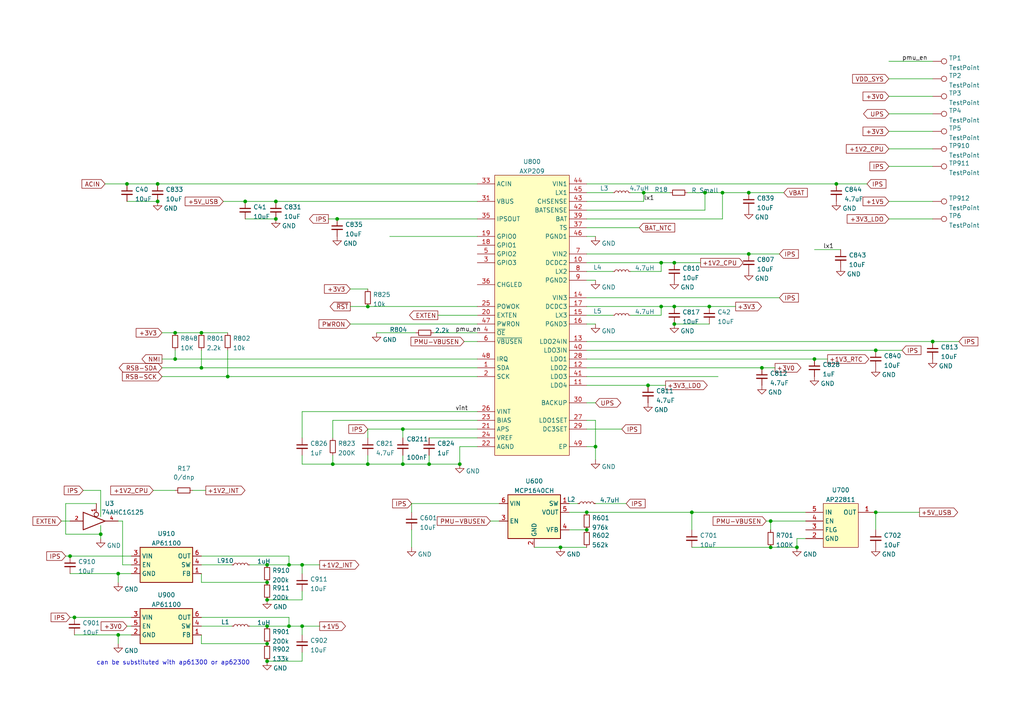
<source format=kicad_sch>
(kicad_sch (version 20231120) (generator "eeschema") (generator_version "8.0")
  (paper "A4")
  (lib_symbols
    (symbol "74xGxx:74AHC1G125" (pin_names (offset 1.016))
      (property "Reference" "U" (at -2.54 3.81 0))
      (property "Value" "74AHC1G125" (at 0 -3.81 0))
      (symbol "74AHC1G125_0_1"
        (polyline (pts (xy -3.81 2.54) (xy -3.81 -2.54) (xy 2.54 0) (xy -3.81 2.54)) (stroke (width 0.254)))
      )
      (symbol "74AHC1G125_1_1"
        (pin input inverted (at 0 5.08 270) (length 3.81) (name "~") (number "1"))
        (pin input line (at -7.62 0 0) (length 3.81) (name "~") (number "2"))
        (pin power_in line (at 1.27 -1.27 270) (length 0) hide (name "GND") (number "3"))
        (pin tri_state line (at 6.35 0 180) (length 3.81) (name "~") (number "4"))
        (pin power_in line (at 1.27 1.27 90) (length 0) hide (name "VCC") (number "5"))
      )
    )
    (symbol "Connector:TestPoint" (pin_numbers hide) (pin_names (offset 0.762) hide)
      (property "Reference" "TP" (at 0 6.858 0))
      (property "Value" "TestPoint" (at 0 5.08 0))
      (symbol "TestPoint_0_1"
        (circle (center 0 3.302) (radius 0.762))
      )
      (symbol "TestPoint_1_1"
        (pin passive line (at 0 0 90) (length 2.54) (name "1") (number "1"))
      )
    )
    (symbol "Device:C_Small" (pin_numbers hide) (pin_names (offset 0.254) hide)
      (property "Reference" "C" (at 0.254 1.778 0))
      (property "Value" "C_Small" (at 0.254 -2.032 0))
      (symbol "C_Small_0_1"
        (polyline (pts (xy -1.524 -0.508) (xy 1.524 -0.508)) (stroke (width 0.3302)))
        (polyline (pts (xy -1.524 0.508) (xy 1.524 0.508)) (stroke (width 0.3048)))
      )
      (symbol "C_Small_1_1"
        (pin passive line (at 0 2.54 270) (length 2.032) (name "~") (number "1"))
        (pin passive line (at 0 -2.54 90) (length 2.032) (name "~") (number "2"))
      )
    )
    (symbol "Device:L_Small" (pin_numbers hide) (pin_names (offset 0.254) hide)
      (property "Reference" "L" (at 0.762 1.016 0))
      (property "Value" "L_Small" (at 0.762 -1.016 0))
      (symbol "L_Small_0_1"
        (arc (start 0 -2.032) (mid 0.5058 -1.524) (end 0 -1.016))
        (arc (start 0 -1.016) (mid 0.5058 -0.508) (end 0 0))
        (arc (start 0 0) (mid 0.5058 0.508) (end 0 1.016))
        (arc (start 0 1.016) (mid 0.5058 1.524) (end 0 2.032))
      )
      (symbol "L_Small_1_1"
        (pin passive line (at 0 2.54 270) (length 0.508) (name "~") (number "1"))
        (pin passive line (at 0 -2.54 90) (length 0.508) (name "~") (number "2"))
      )
    )
    (symbol "Device:R_Small" (pin_numbers hide) (pin_names (offset 0.254) hide)
      (property "Reference" "R" (at 0.762 0.508 0))
      (property "Value" "R_Small" (at 0.762 -1.016 0))
      (symbol "R_Small_0_1"
        (rectangle (start -0.762 1.778) (end 0.762 -1.778) (stroke (width 0.2032)))
      )
      (symbol "R_Small_1_1"
        (pin passive line (at 0 2.54 270) (length 0.762) (name "~") (number "1"))
        (pin passive line (at 0 -2.54 90) (length 0.762) (name "~") (number "2"))
      )
    )
    (symbol "Regulator_Switching:MCP1640CH"
      (property "Reference" "U" (at -7.62 8.89 0))
      (property "Value" "MCP1640CH" (at -1.27 8.89 0))
      (symbol "MCP1640CH_0_1"
        (rectangle (start -7.62 7.62) (end 7.62 -5.08) (stroke (width 0.254)) (fill (type background)))
      )
      (symbol "MCP1640CH_1_1"
        (pin input line (at 10.16 5.08 180) (length 2.54) (name "SW") (number "1"))
        (pin power_in line (at 0 -7.62 90) (length 2.54) (name "GND") (number "2"))
        (pin input line (at -10.16 0 0) (length 2.54) (name "EN") (number "3"))
        (pin input line (at 10.16 -2.54 180) (length 2.54) (name "VFB") (number "4"))
        (pin power_out line (at 10.16 2.54 180) (length 2.54) (name "VOUT") (number "5"))
        (pin power_in line (at -10.16 5.08 0) (length 2.54) (name "VIN") (number "6"))
      )
    )
    (symbol "diodes:AP22811"
      (property "Reference" "U" (at -2.54 1.27 0))
      (property "Value" "AP22811" (at 5.08 1.27 0))
      (symbol "AP22811_0_1"
        (rectangle (start -5.08 0) (end 5.08 -12.7) (stroke (width 0.1524)) (fill (type background)))
      )
      (symbol "AP22811_1_1"
        (pin input line (at 10.16 -2.54 180) (length 5.08) (name "OUT") (number "1"))
        (pin input line (at -10.16 -10.16 0) (length 5.08) (name "GND") (number "2"))
        (pin input line (at -10.16 -7.62 0) (length 5.08) (name "FLG") (number "3"))
        (pin input line (at -10.16 -5.08 0) (length 5.08) (name "EN") (number "4"))
        (pin input line (at -10.16 -2.54 0) (length 5.08) (name "IN") (number "5"))
      )
    )
    (symbol "diodes:AP61100"
      (property "Reference" "U" (at -7.62 6.35 0))
      (property "Value" "AP61100" (at 5.08 6.35 0))
      (symbol "AP61100_0_1"
        (rectangle (start -7.62 5.08) (end 7.62 -5.08) (stroke (width 0.254)) (fill (type background)))
      )
      (symbol "AP61100_1_1"
        (pin input line (at 10.16 -2.54 180) (length 2.54) (name "FB") (number "1"))
        (pin power_in line (at -10.16 -2.54 0) (length 2.54) (name "GND") (number "2"))
        (pin power_in line (at -10.16 2.54 0) (length 2.54) (name "VIN") (number "3"))
        (pin power_out line (at 10.16 0 180) (length 2.54) (name "SW") (number "4"))
        (pin input line (at -10.16 0 0) (length 2.54) (name "EN") (number "5"))
        (pin input line (at 10.16 2.54 180) (length 2.54) (name "OUT") (number "6"))
      )
    )
    (symbol "power:GND" (power) (pin_names (offset 0))
      (property "Value" "GND" (at 0 -3.81 0))
      (symbol "GND_0_1"
        (polyline (pts (xy 0 0) (xy 0 -1.27) (xy 1.27 -1.27) (xy 0 -2.54) (xy -1.27 -1.27) (xy 0 -1.27)))
      )
      (symbol "GND_1_1"
        (pin power_in line (at 0 0 270) (length 0) hide (name "GND") (number "1"))
      )
    )
    (symbol "xpowers:AXP203"
      (property "Reference" "U" (at -2.54 2.54 0))
      (property "Value" "AXP203" (at 3.81 2.54 0))
      (symbol "AXP203_0_1"
        (rectangle (start -10.16 0) (end 11.43 -81.28) (stroke (width 0.1524)) (fill (type background)))
      )
      (symbol "AXP203_1_0"
        (pin passive line (at -15.24 -55.88 0) (length 5.08) (name "SDA") (number "1"))
        (pin passive line (at 16.51 -25.4 180) (length 5.08) (name "DCDC2") (number "10"))
        (pin passive line (at 16.51 -60.96 180) (length 5.08) (name "LDO4") (number "11"))
        (pin passive line (at 16.51 -55.88 180) (length 5.08) (name "LDO2") (number "12"))
        (pin passive line (at 16.51 -48.26 180) (length 5.08) (name "LDO24IN") (number "13"))
        (pin passive line (at 16.51 -35.56 180) (length 5.08) (name "VIN3") (number "14"))
        (pin passive line (at 16.51 -40.64 180) (length 5.08) (name "LX3") (number "15"))
        (pin passive line (at 16.51 -43.18 180) (length 5.08) (name "PGND3") (number "16"))
        (pin passive line (at 16.51 -38.1 180) (length 5.08) (name "DCDC3") (number "17"))
        (pin passive line (at -15.24 -20.32 0) (length 5.08) (name "GPIO1") (number "18"))
        (pin passive line (at -15.24 -17.78 0) (length 5.08) (name "GPIO0") (number "19"))
        (pin passive line (at -15.24 -58.42 0) (length 5.08) (name "SCK") (number "2"))
        (pin passive line (at -15.24 -40.64 0) (length 5.08) (name "EXTEN") (number "20"))
        (pin passive line (at -15.24 -73.66 0) (length 5.08) (name "APS") (number "21"))
        (pin passive line (at -15.24 -78.74 0) (length 5.08) (name "AGND") (number "22"))
        (pin passive line (at -15.24 -71.12 0) (length 5.08) (name "BIAS") (number "23"))
        (pin passive line (at -15.24 -76.2 0) (length 5.08) (name "VREF") (number "24"))
        (pin passive line (at -15.24 -38.1 0) (length 5.08) (name "POWOK") (number "25"))
        (pin passive line (at -15.24 -68.58 0) (length 5.08) (name "VINT") (number "26"))
        (pin passive line (at 16.51 -71.12 180) (length 5.08) (name "LDO1SET") (number "27"))
        (pin passive line (at 16.51 -53.34 180) (length 5.08) (name "LDO1") (number "28"))
        (pin passive line (at 16.51 -73.66 180) (length 5.08) (name "DC3SET") (number "29"))
        (pin passive line (at -15.24 -25.4 0) (length 5.08) (name "GPIO3") (number "3"))
        (pin passive line (at 16.51 -66.04 180) (length 5.08) (name "BACKUP") (number "30"))
        (pin passive line (at -15.24 -7.62 0) (length 5.08) (name "VBUS") (number "31"))
        (pin passive line (at -15.24 -2.54 0) (length 5.08) hide (name "ACIN") (number "32"))
        (pin passive line (at -15.24 -2.54 0) (length 5.08) (name "ACIN") (number "33"))
        (pin passive line (at -15.24 -12.7 0) (length 5.08) hide (name "IPSOUT") (number "34"))
        (pin passive line (at -15.24 -12.7 0) (length 5.08) (name "IPSOUT") (number "35"))
        (pin passive line (at -15.24 -31.75 0) (length 5.08) (name "CHGLED") (number "36"))
        (pin passive line (at 16.51 -15.24 180) (length 5.08) (name "TS") (number "37"))
        (pin passive line (at 16.51 -12.7 180) (length 5.08) hide (name "BAT") (number "38"))
        (pin passive line (at 16.51 -12.7 180) (length 5.08) (name "BAT") (number "39"))
        (pin passive line (at -15.24 -45.72 0) (length 5.08) (name "~{OE}") (number "4"))
        (pin passive line (at 16.51 -50.8 180) (length 5.08) (name "LDO3IN") (number "40"))
        (pin passive line (at 16.51 -58.42 180) (length 5.08) (name "LDO3") (number "41"))
        (pin passive line (at 16.51 -10.16 180) (length 5.08) (name "BATSENSE") (number "42"))
        (pin passive line (at 16.51 -7.62 180) (length 5.08) (name "CHSENSE") (number "43"))
        (pin passive line (at 16.51 -2.54 180) (length 5.08) (name "VIN1") (number "44"))
        (pin passive line (at 16.51 -5.08 180) (length 5.08) (name "LX1") (number "45"))
        (pin passive line (at 16.51 -17.78 180) (length 5.08) (name "PGND1") (number "46"))
        (pin passive line (at -15.24 -43.18 0) (length 5.08) (name "PWRON") (number "47"))
        (pin passive line (at -15.24 -53.34 0) (length 5.08) (name "IRQ") (number "48"))
        (pin passive line (at 16.51 -78.74 180) (length 5.08) (name "EP") (number "49"))
        (pin passive line (at -15.24 -22.86 0) (length 5.08) (name "GPIO2") (number "5"))
        (pin passive line (at -15.24 -48.26 0) (length 5.08) (name "~{VBUSEN}") (number "6"))
        (pin passive line (at 16.51 -22.86 180) (length 5.08) (name "VIN2") (number "7"))
        (pin passive line (at 16.51 -27.94 180) (length 5.08) (name "LX2") (number "8"))
        (pin passive line (at 16.51 -30.48 180) (length 5.08) (name "PGND2") (number "9"))
      )
    )
  )
  (junction (at 116.84 124.46) (diameter 0.9144))
  (junction (at 254 101.6) (diameter 0.9144))
  (junction (at 200.66 148.59) (diameter 0.9144))
  (junction (at 170.18 153.67) (diameter 0.9144))
  (junction (at 254 148.59) (diameter 0.9144))
  (junction (at 231.14 158.75) (diameter 0.9144))
  (junction (at 50.8 104.14) (diameter 0.9144))
  (junction (at 87.63 163.83))
  (junction (at 45.72 58.42))
  (junction (at 83.82 163.83))
  (junction (at 236.22 104.14) (diameter 0.9144))
  (junction (at 71.12 58.42))
  (junction (at 223.52 151.13) (diameter 0.9144))
  (junction (at 29.21 154.94))
  (junction (at 77.47 181.61))
  (junction (at 87.63 181.61))
  (junction (at 66.04 109.22) (diameter 0.9144))
  (junction (at 191.77 88.9) (diameter 0.9144))
  (junction (at 116.84 134.62) (diameter 0.9144))
  (junction (at 50.8 96.52))
  (junction (at 77.47 173.99))
  (junction (at 58.42 106.68) (diameter 0.9144))
  (junction (at 106.68 88.9) (diameter 0.9144))
  (junction (at 77.47 186.69) (diameter 0.9144))
  (junction (at 96.52 134.62) (diameter 0.9144))
  (junction (at 242.57 53.34) (diameter 0.9144))
  (junction (at 45.72 53.34) (diameter 0.9144))
  (junction (at 187.96 111.76) (diameter 0.9144))
  (junction (at 170.18 148.59) (diameter 0.9144))
  (junction (at 83.82 181.61))
  (junction (at 172.72 129.54))
  (junction (at 205.74 88.9))
  (junction (at 209.55 55.88) (diameter 0.9144))
  (junction (at 223.52 158.75) (diameter 0.9144))
  (junction (at 124.46 134.62) (diameter 0.9144))
  (junction (at 162.56 158.75) (diameter 0.9144))
  (junction (at 133.35 134.62) (diameter 0.9144))
  (junction (at 77.47 191.77))
  (junction (at 270.51 99.06) (diameter 0.9144))
  (junction (at 34.29 184.15))
  (junction (at 58.42 96.52))
  (junction (at 77.47 163.83))
  (junction (at 80.01 58.42) (diameter 0.9144))
  (junction (at 97.79 63.5) (diameter 0.9144))
  (junction (at 21.59 179.07))
  (junction (at 34.29 166.37))
  (junction (at 220.98 106.68) (diameter 0.9144))
  (junction (at 186.69 55.88) (diameter 0.9144))
  (junction (at 217.17 55.88) (diameter 0.9144))
  (junction (at 217.17 73.66) (diameter 0.9144))
  (junction (at 195.58 76.2) (diameter 0.9144))
  (junction (at 77.47 168.91) (diameter 0.9144))
  (junction (at 20.32 161.29))
  (junction (at 106.68 134.62) (diameter 0.9144))
  (junction (at 191.77 76.2) (diameter 0.9144))
  (junction (at 36.83 53.34))
  (junction (at 195.58 88.9) (diameter 0.9144))
  (junction (at 204.47 55.88) (diameter 0.9144))
  (junction (at 195.58 93.98))
  (junction (at 80.01 63.5))
  (wire (pts (xy 209.55 55.88) (xy 217.17 55.88)))
  (wire (pts (xy 83.82 179.07) (xy 83.82 181.61)))
  (wire (pts (xy 58.42 186.69) (xy 58.42 184.15)))
  (wire (pts (xy 223.52 158.75) (xy 231.14 158.75)))
  (wire (pts (xy 29.21 154.94) (xy 29.21 156.21)))
  (wire (pts (xy 186.69 55.88) (xy 182.88 55.88)))
  (wire (pts (xy 20.32 179.07) (xy 21.59 179.07)))
  (wire (pts (xy 119.38 153.67) (xy 119.38 158.75)))
  (wire (pts (xy 134.62 99.06) (xy 138.43 99.06)))
  (wire (pts (xy 165.1 148.59) (xy 170.18 148.59)))
  (wire (pts (xy 64.77 58.42) (xy 71.12 58.42)))
  (wire (pts (xy 95.25 63.5) (xy 97.79 63.5)))
  (wire (pts (xy 186.69 58.42) (xy 186.69 55.88)))
  (wire (pts (xy 170.18 129.54) (xy 172.72 129.54)))
  (wire (pts (xy 87.63 184.15) (xy 87.63 181.61)))
  (wire (pts (xy 191.77 88.9) (xy 191.77 91.44)))
  (wire (pts (xy 257.81 22.86) (xy 270.51 22.86)))
  (wire (pts (xy 124.46 132.08) (xy 124.46 134.62)))
  (wire (pts (xy 106.68 134.62) (xy 116.84 134.62)))
  (wire (pts (xy 83.82 163.83) (xy 77.47 163.83)))
  (wire (pts (xy 87.63 173.99) (xy 77.47 173.99)))
  (wire (pts (xy 116.84 132.08) (xy 116.84 134.62)))
  (wire (pts (xy 50.8 96.52) (xy 58.42 96.52)))
  (wire (pts (xy 46.99 106.68) (xy 58.42 106.68)))
  (wire (pts (xy 58.42 168.91) (xy 58.42 166.37)))
  (wire (pts (xy 66.04 101.6) (xy 66.04 109.22)))
  (wire (pts (xy 72.39 181.61) (xy 77.47 181.61)))
  (wire (pts (xy 66.04 109.22) (xy 138.43 109.22)))
  (wire (pts (xy 170.18 68.58) (xy 172.72 68.58)))
  (wire (pts (xy 119.38 146.05) (xy 119.38 148.59)))
  (wire (pts (xy 257.81 43.18) (xy 270.51 43.18)))
  (wire (pts (xy 204.47 55.88) (xy 199.39 55.88)))
  (wire (pts (xy 217.17 55.88) (xy 227.33 55.88)))
  (wire (pts (xy 200.66 148.59) (xy 233.68 148.59)))
  (wire (pts (xy 170.18 93.98) (xy 172.72 93.98)))
  (wire (pts (xy 170.18 106.68) (xy 220.98 106.68)))
  (wire (pts (xy 138.43 119.38) (xy 87.63 119.38)))
  (wire (pts (xy 257.81 58.42) (xy 270.51 58.42)))
  (wire (pts (xy 124.46 134.62) (xy 133.35 134.62)))
  (wire (pts (xy 170.18 60.96) (xy 204.47 60.96)))
  (wire (pts (xy 87.63 191.77) (xy 77.47 191.77)))
  (wire (pts (xy 36.83 53.34) (xy 45.72 53.34)))
  (wire (pts (xy 142.24 151.13) (xy 144.78 151.13)))
  (wire (pts (xy 170.18 91.44) (xy 177.8 91.44)))
  (wire (pts (xy 116.84 124.46) (xy 116.84 127)))
  (wire (pts (xy 191.77 88.9) (xy 195.58 88.9)))
  (wire (pts (xy 270.51 99.06) (xy 278.13 99.06)))
  (wire (pts (xy 209.55 55.88) (xy 204.47 55.88)))
  (wire (pts (xy 138.43 129.54) (xy 133.35 129.54)))
  (wire (pts (xy 127 91.44) (xy 138.43 91.44)))
  (wire (pts (xy 165.1 153.67) (xy 170.18 153.67)))
  (wire (pts (xy 87.63 163.83) (xy 92.71 163.83)))
  (wire (pts (xy 87.63 119.38) (xy 87.63 127)))
  (wire (pts (xy 58.42 179.07) (xy 83.82 179.07)))
  (wire (pts (xy 191.77 76.2) (xy 191.77 78.74)))
  (wire (pts (xy 195.58 88.9) (xy 205.74 88.9)))
  (wire (pts (xy 170.18 76.2) (xy 191.77 76.2)))
  (wire (pts (xy 195.58 76.2) (xy 203.2 76.2)))
  (wire (pts (xy 172.72 129.54) (xy 172.72 133.35)))
  (wire (pts (xy 254 148.59) (xy 266.7 148.59)))
  (wire (pts (xy 35.56 163.83) (xy 38.1 163.83)))
  (wire (pts (xy 182.88 91.44) (xy 191.77 91.44)))
  (wire (pts (xy 186.69 55.88) (xy 194.31 55.88)))
  (wire (pts (xy 58.42 96.52) (xy 66.04 96.52)))
  (wire (pts (xy 200.66 158.75) (xy 223.52 158.75)))
  (wire (pts (xy 170.18 78.74) (xy 177.8 78.74)))
  (wire (pts (xy 170.18 121.92) (xy 172.72 121.92)))
  (wire (pts (xy 170.18 88.9) (xy 191.77 88.9)))
  (wire (pts (xy 254 101.6) (xy 261.62 101.6)))
  (wire (pts (xy 170.18 63.5) (xy 209.55 63.5)))
  (wire (pts (xy 29.21 142.24) (xy 24.13 142.24)))
  (wire (pts (xy 236.22 104.14) (xy 240.03 104.14)))
  (wire (pts (xy 36.83 58.42) (xy 45.72 58.42)))
  (wire (pts (xy 58.42 161.29) (xy 83.82 161.29)))
  (wire (pts (xy 170.18 101.6) (xy 254 101.6)))
  (wire (pts (xy 83.82 181.61) (xy 77.47 181.61)))
  (wire (pts (xy 170.18 148.59) (xy 200.66 148.59)))
  (wire (pts (xy 19.05 146.05) (xy 19.05 154.94)))
  (wire (pts (xy 116.84 124.46) (xy 138.43 124.46)))
  (wire (pts (xy 106.68 132.08) (xy 106.68 134.62)))
  (wire (pts (xy 87.63 189.23) (xy 87.63 191.77)))
  (wire (pts (xy 38.1 184.15) (xy 34.29 184.15)))
  (wire (pts (xy 138.43 121.92) (xy 96.52 121.92)))
  (wire (pts (xy 165.1 146.05) (xy 167.64 146.05)))
  (wire (pts (xy 170.18 55.88) (xy 177.8 55.88)))
  (wire (pts (xy 257.81 33.02) (xy 270.51 33.02)))
  (wire (pts (xy 170.18 86.36) (xy 226.06 86.36)))
  (wire (pts (xy 106.68 124.46) (xy 116.84 124.46)))
  (wire (pts (xy 124.46 127) (xy 138.43 127)))
  (wire (pts (xy 172.72 121.92) (xy 172.72 129.54)))
  (wire (pts (xy 46.99 109.22) (xy 66.04 109.22)))
  (wire (pts (xy 58.42 163.83) (xy 67.31 163.83)))
  (wire (pts (xy 45.72 53.34) (xy 138.43 53.34)))
  (wire (pts (xy 217.17 73.66) (xy 226.06 73.66)))
  (wire (pts (xy 233.68 156.21) (xy 231.14 156.21)))
  (wire (pts (xy 58.42 168.91) (xy 77.47 168.91)))
  (wire (pts (xy 195.58 93.98) (xy 205.74 93.98)))
  (wire (pts (xy 170.18 73.66) (xy 217.17 73.66)))
  (wire (pts (xy 29.21 152.4) (xy 29.21 154.94)))
  (wire (pts (xy 21.59 184.15) (xy 34.29 184.15)))
  (wire (pts (xy 170.18 116.84) (xy 172.72 116.84)))
  (wire (pts (xy 58.42 101.6) (xy 58.42 106.68)))
  (wire (pts (xy 50.8 101.6) (xy 50.8 104.14)))
  (wire (pts (xy 35.56 151.13) (xy 35.56 163.83)))
  (wire (pts (xy 27.94 146.05) (xy 19.05 146.05)))
  (wire (pts (xy 109.22 96.52) (xy 120.65 96.52)))
  (wire (pts (xy 34.29 184.15) (xy 34.29 186.69)))
  (wire (pts (xy 58.42 106.68) (xy 138.43 106.68)))
  (wire (pts (xy 87.63 181.61) (xy 92.71 181.61)))
  (wire (pts (xy 257.81 27.94) (xy 270.51 27.94)))
  (wire (pts (xy 87.63 134.62) (xy 96.52 134.62)))
  (wire (pts (xy 116.84 134.62) (xy 124.46 134.62)))
  (wire (pts (xy 29.21 149.86) (xy 29.21 142.24)))
  (wire (pts (xy 72.39 163.83) (xy 77.47 163.83)))
  (wire (pts (xy 133.35 129.54) (xy 133.35 134.62)))
  (wire (pts (xy 38.1 166.37) (xy 34.29 166.37)))
  (wire (pts (xy 87.63 166.37) (xy 87.63 163.83)))
  (wire (pts (xy 30.48 53.34) (xy 36.83 53.34)))
  (wire (pts (xy 101.6 93.98) (xy 138.43 93.98)))
  (wire (pts (xy 170.18 99.06) (xy 270.51 99.06)))
  (wire (pts (xy 187.96 111.76) (xy 193.04 111.76)))
  (wire (pts (xy 96.52 132.08) (xy 96.52 134.62)))
  (wire (pts (xy 106.68 88.9) (xy 138.43 88.9)))
  (wire (pts (xy 44.45 142.24) (xy 50.8 142.24)))
  (wire (pts (xy 170.18 58.42) (xy 186.69 58.42)))
  (wire (pts (xy 19.05 161.29) (xy 20.32 161.29)))
  (wire (pts (xy 71.12 58.42) (xy 80.01 58.42)))
  (wire (pts (xy 36.83 181.61) (xy 38.1 181.61)))
  (wire (pts (xy 17.78 151.13) (xy 20.32 151.13)))
  (wire (pts (xy 257.81 38.1) (xy 270.51 38.1)))
  (wire (pts (xy 220.98 106.68) (xy 224.79 106.68)))
  (wire (pts (xy 20.32 166.37) (xy 34.29 166.37)))
  (wire (pts (xy 254 148.59) (xy 254 153.67)))
  (wire (pts (xy 191.77 76.2) (xy 195.58 76.2)))
  (wire (pts (xy 106.68 127) (xy 106.68 124.46)))
  (wire (pts (xy 257.81 63.5) (xy 270.51 63.5)))
  (wire (pts (xy 125.73 96.52) (xy 138.43 96.52)))
  (wire (pts (xy 257.81 48.26) (xy 270.51 48.26)))
  (wire (pts (xy 113.03 68.58) (xy 138.43 68.58)))
  (wire (pts (xy 21.59 179.07) (xy 38.1 179.07)))
  (wire (pts (xy 58.42 186.69) (xy 77.47 186.69)))
  (wire (pts (xy 236.22 72.39) (xy 243.84 72.39)))
  (wire (pts (xy 205.74 88.9) (xy 213.36 88.9)))
  (wire (pts (xy 170.18 53.34) (xy 242.57 53.34)))
  (wire (pts (xy 231.14 156.21) (xy 231.14 158.75)))
  (wire (pts (xy 223.52 151.13) (xy 233.68 151.13)))
  (wire (pts (xy 200.66 148.59) (xy 200.66 153.67)))
  (wire (pts (xy 101.6 88.9) (xy 106.68 88.9)))
  (wire (pts (xy 257.81 17.78) (xy 270.51 17.78)))
  (wire (pts (xy 87.63 171.45) (xy 87.63 173.99)))
  (wire (pts (xy 46.99 104.14) (xy 50.8 104.14)))
  (wire (pts (xy 223.52 151.13) (xy 223.52 153.67)))
  (wire (pts (xy 34.29 166.37) (xy 34.29 168.91)))
  (wire (pts (xy 170.18 104.14) (xy 236.22 104.14)))
  (wire (pts (xy 19.05 154.94) (xy 29.21 154.94)))
  (wire (pts (xy 170.18 66.04) (xy 185.42 66.04)))
  (wire (pts (xy 170.18 81.28) (xy 172.72 81.28)))
  (wire (pts (xy 46.99 96.52) (xy 50.8 96.52)))
  (wire (pts (xy 209.55 63.5) (xy 209.55 55.88)))
  (wire (pts (xy 83.82 161.29) (xy 83.82 163.83)))
  (wire (pts (xy 80.01 58.42) (xy 138.43 58.42)))
  (wire (pts (xy 162.56 158.75) (xy 170.18 158.75)))
  (wire (pts (xy 50.8 104.14) (xy 138.43 104.14)))
  (wire (pts (xy 170.18 109.22) (xy 208.28 109.22)))
  (wire (pts (xy 154.94 158.75) (xy 162.56 158.75)))
  (wire (pts (xy 170.18 111.76) (xy 187.96 111.76)))
  (wire (pts (xy 35.56 151.13) (xy 34.29 151.13)))
  (wire (pts (xy 83.82 181.61) (xy 87.63 181.61)))
  (wire (pts (xy 204.47 60.96) (xy 204.47 55.88)))
  (wire (pts (xy 242.57 53.34) (xy 251.46 53.34)))
  (wire (pts (xy 101.6 83.82) (xy 106.68 83.82)))
  (wire (pts (xy 97.79 63.5) (xy 138.43 63.5)))
  (wire (pts (xy 191.77 78.74) (xy 182.88 78.74)))
  (wire (pts (xy 87.63 132.08) (xy 87.63 134.62)))
  (wire (pts (xy 119.38 146.05) (xy 144.78 146.05)))
  (wire (pts (xy 170.18 124.46) (xy 180.34 124.46)))
  (wire (pts (xy 83.82 163.83) (xy 87.63 163.83)))
  (wire (pts (xy 71.12 63.5) (xy 80.01 63.5)))
  (wire (pts (xy 55.88 142.24) (xy 59.69 142.24)))
  (wire (pts (xy 58.42 181.61) (xy 67.31 181.61)))
  (wire (pts (xy 96.52 121.92) (xy 96.52 127)))
  (wire (pts (xy 96.52 134.62) (xy 106.68 134.62)))
  (wire (pts (xy 222.25 151.13) (xy 223.52 151.13)))
  (wire (pts (xy 172.72 146.05) (xy 181.61 146.05)))
  (wire (pts (xy 20.32 161.29) (xy 38.1 161.29)))
  (text "can be substituted with ap61300 or ap62300" (at 27.94 193.04 0) (effects (font (size 1.27 1.27)) (justify left bottom)))
  (label "vint" (at 132.08 119.38 0))
  (label "pmu_en" (at 261.62 17.78 0))
  (label "lx1" (at 238.76 72.39 0))
  (label "pmu_en" (at 132.08 96.52 0))
  (label "lx1" (at 186.69 58.42 0))
  (global_label "+3V3_LDO" (shape input) (at 257.81 63.5 180) (property "Intersheetrefs" "${INTERSHEET_REFS}" (effects (hide yes))))
  (global_label "IPS" (shape input) (at 226.06 73.66 0) (property "Intersheetrefs" "${INTERSHEET_REFS}" (effects (hide yes))))
  (global_label "+3V0" (shape input) (at 257.81 27.94 180) (property "Intersheetrefs" "${INTERSHEET_REFS}" (effects (hide yes))))
  (global_label "IPS" (shape input) (at 261.62 101.6 0) (property "Intersheetrefs" "${INTERSHEET_REFS}" (effects (hide yes))))
  (global_label "IPS" (shape input) (at 20.32 179.07 180) (property "Intersheetrefs" "${INTERSHEET_REFS}" (effects (hide yes))))
  (global_label "IPS" (shape input) (at 226.06 86.36 0) (property "Intersheetrefs" "${INTERSHEET_REFS}" (effects (hide yes))))
  (global_label "+3V3" (shape input) (at 257.81 38.1 180) (property "Intersheetrefs" "${INTERSHEET_REFS}" (effects (hide yes))))
  (global_label "PMU-VBUSEN" (shape input) (at 222.25 151.13 180) (property "Intersheetrefs" "${INTERSHEET_REFS}" (effects (hide yes))))
  (global_label "IPS" (shape input) (at 19.05 161.29 180) (property "Intersheetrefs" "${INTERSHEET_REFS}" (effects (hide yes))))
  (global_label "EXTEN" (shape output) (at 127 91.44 180) (property "Intersheetrefs" "${INTERSHEET_REFS}" (effects (hide yes))))
  (global_label "ACIN" (shape input) (at 30.48 53.34 180) (property "Intersheetrefs" "${INTERSHEET_REFS}" (effects (hide yes))))
  (global_label "+1V2_CPU" (shape input) (at 257.81 43.18 180) (property "Intersheetrefs" "${INTERSHEET_REFS}" (effects (hide yes))))
  (global_label "+1V2_INT" (shape output) (at 59.69 142.24 0) (property "Intersheetrefs" "${INTERSHEET_REFS}" (effects (hide yes))))
  (global_label "RSB-SDA" (shape bidirectional) (at 46.99 106.68 180) (property "Intersheetrefs" "${INTERSHEET_REFS}" (effects (hide yes))))
  (global_label "UPS" (shape bidirectional) (at 257.81 33.02 180) (property "Intersheetrefs" "${INTERSHEET_REFS}" (effects (hide yes))))
  (global_label "RSB-SCK" (shape input) (at 46.99 109.22 180) (property "Intersheetrefs" "${INTERSHEET_REFS}" (effects (hide yes))))
  (global_label "VBAT" (shape input) (at 227.33 55.88 0) (property "Intersheetrefs" "${INTERSHEET_REFS}" (effects (hide yes))))
  (global_label "+1V5" (shape output) (at 92.71 181.61 0) (property "Intersheetrefs" "${INTERSHEET_REFS}" (effects (hide yes))))
  (global_label "+1V3_RTC" (shape output) (at 240.03 104.14 0) (property "Intersheetrefs" "${INTERSHEET_REFS}" (effects (hide yes))))
  (global_label "IPS" (shape input) (at 257.81 48.26 180) (property "Intersheetrefs" "${INTERSHEET_REFS}" (effects (hide yes))))
  (global_label "+3V3" (shape output) (at 213.36 88.9 0) (property "Intersheetrefs" "${INTERSHEET_REFS}" (effects (hide yes))))
  (global_label "IPS" (shape input) (at 278.13 99.06 0) (property "Intersheetrefs" "${INTERSHEET_REFS}" (effects (hide yes))))
  (global_label "~{RST}" (shape output) (at 101.6 88.9 180) (property "Intersheetrefs" "${INTERSHEET_REFS}" (effects (hide yes))))
  (global_label "IPS" (shape input) (at 180.34 124.46 0) (property "Intersheetrefs" "${INTERSHEET_REFS}" (effects (hide yes))))
  (global_label "IPS" (shape input) (at 119.38 146.05 180) (property "Intersheetrefs" "${INTERSHEET_REFS}" (effects (hide yes))))
  (global_label "+1V5" (shape input) (at 257.81 58.42 180) (property "Intersheetrefs" "${INTERSHEET_REFS}" (effects (hide yes))))
  (global_label "IPS" (shape input) (at 24.13 142.24 180) (property "Intersheetrefs" "${INTERSHEET_REFS}" (effects (hide yes))))
  (global_label "+3V0" (shape output) (at 224.79 106.68 0) (property "Intersheetrefs" "${INTERSHEET_REFS}" (effects (hide yes))))
  (global_label "PMU-VBUSEN" (shape input) (at 134.62 99.06 180) (property "Intersheetrefs" "${INTERSHEET_REFS}" (effects (hide yes))))
  (global_label "+1V2_CPU" (shape output) (at 203.2 76.2 0) (property "Intersheetrefs" "${INTERSHEET_REFS}" (effects (hide yes))))
  (global_label "+3V3" (shape input) (at 46.99 96.52 180) (property "Intersheetrefs" "${INTERSHEET_REFS}" (effects (hide yes))))
  (global_label "PMU-VBUSEN" (shape input) (at 142.24 151.13 180) (property "Intersheetrefs" "${INTERSHEET_REFS}" (effects (hide yes))))
  (global_label "IPS" (shape input) (at 251.46 53.34 0) (property "Intersheetrefs" "${INTERSHEET_REFS}" (effects (hide yes))))
  (global_label "IPS" (shape output) (at 95.25 63.5 180) (property "Intersheetrefs" "${INTERSHEET_REFS}" (effects (hide yes))))
  (global_label "+1V2_CPU" (shape input) (at 44.45 142.24 180) (property "Intersheetrefs" "${INTERSHEET_REFS}" (effects (hide yes))))
  (global_label "+1V2_INT" (shape output) (at 92.71 163.83 0) (property "Intersheetrefs" "${INTERSHEET_REFS}" (effects (hide yes))))
  (global_label "UPS" (shape bidirectional) (at 172.72 116.84 0) (property "Intersheetrefs" "${INTERSHEET_REFS}" (effects (hide yes))))
  (global_label "EXTEN" (shape input) (at 17.78 151.13 180) (property "Intersheetrefs" "${INTERSHEET_REFS}" (effects (hide yes))))
  (global_label "NMI" (shape output) (at 46.99 104.14 180) (property "Intersheetrefs" "${INTERSHEET_REFS}" (effects (hide yes))))
  (global_label "+3V3" (shape input) (at 101.6 83.82 180) (property "Intersheetrefs" "${INTERSHEET_REFS}" (effects (hide yes))))
  (global_label "+3V0" (shape input) (at 36.83 181.61 180) (property "Intersheetrefs" "${INTERSHEET_REFS}" (effects (hide yes))))
  (global_label "BAT_NTC" (shape input) (at 185.42 66.04 0) (property "Intersheetrefs" "${INTERSHEET_REFS}" (effects (hide yes))))
  (global_label "PWRON" (shape input) (at 101.6 93.98 180) (property "Intersheetrefs" "${INTERSHEET_REFS}" (effects (hide yes))))
  (global_label "IPS" (shape input) (at 181.61 146.05 0) (property "Intersheetrefs" "${INTERSHEET_REFS}" (effects (hide yes))))
  (global_label "+5V_USB" (shape output) (at 266.7 148.59 0) (property "Intersheetrefs" "${INTERSHEET_REFS}" (effects (hide yes))))
  (global_label "+5V_USB" (shape input) (at 64.77 58.42 180) (property "Intersheetrefs" "${INTERSHEET_REFS}" (effects (hide yes))))
  (global_label "VDD_SYS" (shape input) (at 257.81 22.86 180) (property "Intersheetrefs" "${INTERSHEET_REFS}" (effects (hide yes))))
  (global_label "+3V3_LDO" (shape output) (at 193.04 111.76 0) (property "Intersheetrefs" "${INTERSHEET_REFS}" (effects (hide yes))))
  (global_label "IPS" (shape input) (at 106.68 124.46 180) (property "Intersheetrefs" "${INTERSHEET_REFS}" (effects (hide yes))))
  (symbol (lib_id "Device:R_Small") (at 106.68 86.36 0) (unit 1)
    (property "Reference" "R825" (at 108.1787 85.4515 0) (effects (justify left)))
    (property "Value" "10k" (at 108.1787 88.2266 0) (effects (justify left)))
    (property "Footprint" "Resistor_SMD:R_0402_1005Metric" (effects (hide yes)))
  )
  (symbol (lib_id "power:GND") (at 254 106.68 0) (unit 1)
    (property "Reference" "#PWR0139" (effects (hide yes)))
    (property "Value" "GND" (at 257.81 108.7026 0))
  )
  (symbol (lib_id "Device:L_Small") (at 69.85 163.83 90) (unit 1)
    (property "Reference" "L910" (at 65.3466 162.6305 90))
    (property "Value" "1uH" (at 76.5014 162.8213 90))
    (property "Footprint" "Inductor_SMD:L_Wuerth_MAPI-2510" (effects (hide yes)))
  )
  (symbol (lib_id "Device:R_Small") (at 53.34 142.24 270) (unit 1)
    (property "Reference" "R17" (at 53.34 135.89 90))
    (property "Value" "0/dnp" (at 53.34 138.43 90))
    (property "Footprint" "Resistor_SMD:R_0603_1608Metric" (effects (hide yes)))
  )
  (symbol (lib_id "Device:C_Small") (at 220.98 109.22 0) (unit 1)
    (property "Reference" "C812" (at 223.3042 108.3115 0) (effects (justify left)))
    (property "Value" "4.7uF" (at 223.3042 111.0866 0) (effects (justify left)))
    (property "Footprint" "Capacitor_SMD:C_0603_1608Metric" (effects (hide yes)))
  )
  (symbol (lib_id "Device:C_Small") (at 217.17 58.42 0) (unit 1)
    (property "Reference" "C839" (at 219.4942 57.5115 0) (effects (justify left)))
    (property "Value" "10uF" (at 219.4942 60.2866 0) (effects (justify left)))
    (property "Footprint" "Capacitor_SMD:C_0805_2012Metric" (effects (hide yes)))
  )
  (symbol (lib_id "power:GND") (at 195.58 93.98 0) (unit 1)
    (property "Reference" "#PWR0136" (effects (hide yes)))
    (property "Value" "GND" (at 199.39 96.0026 0))
  )
  (symbol (lib_id "Device:C_Small") (at 254 156.21 0) (unit 1)
    (property "Reference" "C702" (at 256.3242 155.3015 0) (effects (justify left)))
    (property "Value" "10uF" (at 256.3242 158.0766 0) (effects (justify left)))
    (property "Footprint" "Capacitor_SMD:C_0805_2012Metric" (effects (hide yes)))
  )
  (symbol (lib_id "Device:C_Small") (at 87.63 168.91 0) (unit 1)
    (property "Reference" "C911" (at 89.9542 168.0015 0) (effects (justify left)))
    (property "Value" "10uF" (at 89.9542 170.7766 0) (effects (justify left)))
    (property "Footprint" "Capacitor_SMD:C_0805_2012Metric" (effects (hide yes)))
  )
  (symbol (lib_id "Device:C_Small") (at 187.96 114.3 0) (unit 1)
    (property "Reference" "C811" (at 190.2842 113.3915 0) (effects (justify left)))
    (property "Value" "4.7uF" (at 190.2842 116.1666 0) (effects (justify left)))
    (property "Footprint" "Capacitor_SMD:C_0603_1608Metric" (effects (hide yes)))
  )
  (symbol (lib_id "Connector:TestPoint") (at 270.51 27.94 270) (unit 1)
    (property "Reference" "TP3" (at 275.2091 27.0315 90) (effects (justify left)))
    (property "Value" "TestPoint" (at 275.2091 29.8066 90) (effects (justify left)))
    (property "Footprint" "TestPoint:TestPoint_Pad_D1.0mm" (effects (hide yes)))
  )
  (symbol (lib_id "power:GND") (at 231.14 158.75 0) (unit 1)
    (property "Reference" "#PWR0159" (effects (hide yes)))
    (property "Value" "GND" (at 234.95 160.7726 0))
  )
  (symbol (lib_id "Device:C_Small") (at 195.58 91.44 0) (unit 1)
    (property "Reference" "C817" (at 197.9042 90.5315 0) (effects (justify left)))
    (property "Value" "10uF" (at 197.9042 93.3066 0) (effects (justify left)))
    (property "Footprint" "Capacitor_SMD:C_0805_2012Metric" (effects (hide yes)))
  )
  (symbol (lib_id "power:GND") (at 270.51 104.14 0) (unit 1)
    (property "Reference" "#PWR0162" (effects (hide yes)))
    (property "Value" "GND" (at 274.32 106.1626 0))
  )
  (symbol (lib_id "power:GND") (at 172.72 93.98 0) (unit 1)
    (property "Reference" "#PWR0161" (effects (hide yes)))
    (property "Value" "GND" (at 176.53 96.0026 0))
  )
  (symbol (lib_id "power:GND") (at 34.29 186.69 0) (unit 1)
    (property "Reference" "#PWR0151" (effects (hide yes)))
    (property "Value" "GND" (at 38.1 188.7126 0))
  )
  (symbol (lib_id "power:GND") (at 119.38 158.75 0) (unit 1)
    (property "Reference" "#PWR0150" (effects (hide yes)))
    (property "Value" "GND" (at 123.19 160.7726 0))
  )
  (symbol (lib_id "Device:R_Small") (at 50.8 99.06 0) (unit 1)
    (property "Reference" "R848" (at 52.2987 98.1515 0) (effects (justify left)))
    (property "Value" "10K" (at 52.2987 100.9266 0) (effects (justify left)))
    (property "Footprint" "Resistor_SMD:R_0402_1005Metric" (effects (hide yes)))
  )
  (symbol (lib_id "Device:C_Small") (at 97.79 66.04 0) (unit 1)
    (property "Reference" "C835" (at 100.1142 65.1315 0) (effects (justify left)))
    (property "Value" "10uF" (at 100.1142 67.9066 0) (effects (justify left)))
    (property "Footprint" "Capacitor_SMD:C_0805_2012Metric" (effects (hide yes)))
  )
  (symbol (lib_id "Device:C_Small") (at 217.17 76.2 0) (unit 1)
    (property "Reference" "C807" (at 219.4942 75.2915 0) (effects (justify left)))
    (property "Value" "10uF" (at 219.4942 78.0666 0) (effects (justify left)))
    (property "Footprint" "Capacitor_SMD:C_0805_2012Metric" (effects (hide yes)))
  )
  (symbol (lib_id "Device:C_Small") (at 205.74 91.44 0) (unit 1)
    (property "Reference" "C42" (at 208.0642 90.5315 0) (effects (justify left)))
    (property "Value" "10uF" (at 208.0642 93.3066 0) (effects (justify left)))
    (property "Footprint" "Capacitor_SMD:C_0805_2012Metric" (effects (hide yes)))
  )
  (symbol (lib_id "Connector:TestPoint") (at 270.51 22.86 270) (unit 1)
    (property "Reference" "TP2" (at 275.2091 21.9515 90) (effects (justify left)))
    (property "Value" "TestPoint" (at 275.2091 24.7266 90) (effects (justify left)))
    (property "Footprint" "TestPoint:TestPoint_Pad_D1.0mm" (effects (hide yes)))
  )
  (symbol (lib_id "Device:R_Small") (at 77.47 166.37 0) (unit 1)
    (property "Reference" "R910" (at 78.9687 165.4615 0) (effects (justify left)))
    (property "Value" "200k" (at 78.9687 168.2366 0) (effects (justify left)))
    (property "Footprint" "Resistor_SMD:R_0402_1005Metric" (effects (hide yes)))
  )
  (symbol (lib_id "power:GND") (at 220.98 111.76 0) (unit 1)
    (property "Reference" "#PWR0140" (effects (hide yes)))
    (property "Value" "GND" (at 224.79 113.7826 0))
  )
  (symbol (lib_id "Device:L_Small") (at 69.85 181.61 90) (unit 1)
    (property "Reference" "L1" (at 65.3466 180.4105 90))
    (property "Value" "1uH" (at 76.5014 180.6013 90))
    (property "Footprint" "Inductor_SMD:L_Wuerth_MAPI-2510" (effects (hide yes)))
  )
  (symbol (lib_id "diodes:AP61100") (at 48.26 163.83 0) (unit 1)
    (property "Reference" "U910" (at 48.26 154.7834 0))
    (property "Value" "AP61100" (at 48.26 157.5585 0))
    (property "Footprint" "Package_TO_SOT_SMD:SOT-563" (effects (hide yes)))
  )
  (symbol (lib_id "Device:R_Small") (at 170.18 156.21 0) (unit 1)
    (property "Reference" "R602" (at 171.6787 155.3015 0) (effects (justify left)))
    (property "Value" "562k" (at 171.6787 158.0766 0) (effects (justify left)))
    (property "Footprint" "Resistor_SMD:R_0402_1005Metric" (effects (hide yes)))
  )
  (symbol (lib_id "Connector:TestPoint") (at 270.51 63.5 270) (unit 1)
    (property "Reference" "TP6" (at 275.2091 62.5915 90) (effects (justify left)))
    (property "Value" "TestPoint" (at 275.2091 65.3666 90) (effects (justify left)))
    (property "Footprint" "TestPoint:TestPoint_Pad_D1.0mm" (effects (hide yes)))
  )
  (symbol (lib_id "Device:C_Small") (at 80.01 60.96 0) (unit 1)
    (property "Reference" "C831" (at 82.3342 60.0515 0) (effects (justify left)))
    (property "Value" "10uF" (at 82.3342 62.8266 0) (effects (justify left)))
    (property "Footprint" "Capacitor_SMD:C_0805_2012Metric" (effects (hide yes)))
  )
  (symbol (lib_id "Device:R_Small") (at 77.47 189.23 0) (unit 1)
    (property "Reference" "R902" (at 78.9687 188.3215 0) (effects (justify left)))
    (property "Value" "133k" (at 78.9687 191.0966 0) (effects (justify left)))
    (property "Footprint" "Resistor_SMD:R_0402_1005Metric" (effects (hide yes)))
  )
  (symbol (lib_id "Device:C_Small") (at 270.51 101.6 0) (unit 1)
    (property "Reference" "C813" (at 272.8342 100.6915 0) (effects (justify left)))
    (property "Value" "10uF" (at 272.8342 103.4666 0) (effects (justify left)))
    (property "Footprint" "Capacitor_SMD:C_0805_2012Metric" (effects (hide yes)))
  )
  (symbol (lib_id "Device:L_Small") (at 180.34 55.88 90) (unit 1)
    (property "Reference" "L3" (at 175.26 54.61 90))
    (property "Value" "4.7uH" (at 185.42 54.61 90))
    (property "Footprint" "Inductor_SMD:L_Wuerth_MAPI-3015" (effects (hide yes)))
  )
  (symbol (lib_id "Device:C_Small") (at 106.68 129.54 0) (unit 1)
    (property "Reference" "C821" (at 109.0042 128.6315 0) (effects (justify left)))
    (property "Value" "4.7uF" (at 109.0042 131.4066 0) (effects (justify left)))
    (property "Footprint" "Capacitor_SMD:C_0603_1608Metric" (effects (hide yes)))
  )
  (symbol (lib_id "Device:R_Small") (at 170.18 151.13 0) (unit 1)
    (property "Reference" "R601" (at 171.6787 150.2215 0) (effects (justify left)))
    (property "Value" "976k" (at 171.6787 152.9966 0) (effects (justify left)))
    (property "Footprint" "Resistor_SMD:R_0402_1005Metric" (effects (hide yes)))
  )
  (symbol (lib_id "power:GND") (at 34.29 168.91 0) (unit 1)
    (property "Reference" "#PWR0167" (effects (hide yes)))
    (property "Value" "GND" (at 38.1 170.9326 0))
  )
  (symbol (lib_id "Connector:TestPoint") (at 270.51 38.1 270) (unit 1)
    (property "Reference" "TP5" (at 275.2091 37.1915 90) (effects (justify left)))
    (property "Value" "TestPoint" (at 275.2091 39.9666 90) (effects (justify left)))
    (property "Footprint" "TestPoint:TestPoint_Pad_D1.0mm" (effects (hide yes)))
  )
  (symbol (lib_id "power:GND") (at 195.58 81.28 0) (unit 1)
    (property "Reference" "#PWR0143" (effects (hide yes)))
    (property "Value" "GND" (at 199.39 83.3026 0))
  )
  (symbol (lib_id "Device:C_Small") (at 243.84 74.93 0) (unit 1)
    (property "Reference" "C843" (at 246.1642 74.0215 0) (effects (justify left)))
    (property "Value" "10uF" (at 246.1642 76.7966 0) (effects (justify left)))
    (property "Footprint" "Capacitor_SMD:C_0805_2012Metric" (effects (hide yes)))
  )
  (symbol (lib_id "diodes:AP61100") (at 48.26 181.61 0) (unit 1)
    (property "Reference" "U900" (at 48.26 172.5634 0))
    (property "Value" "AP61100" (at 48.26 175.3385 0))
    (property "Footprint" "Package_TO_SOT_SMD:SOT-563" (effects (hide yes)))
  )
  (symbol (lib_id "power:GND") (at 162.56 158.75 0) (unit 1)
    (property "Reference" "#PWR0149" (effects (hide yes)))
    (property "Value" "GND" (at 166.37 160.7726 0))
  )
  (symbol (lib_id "Device:R_Small") (at 77.47 184.15 0) (unit 1)
    (property "Reference" "R901" (at 78.9687 183.2415 0) (effects (justify left)))
    (property "Value" "200k" (at 78.9687 186.0166 0) (effects (justify left)))
    (property "Footprint" "Resistor_SMD:R_0402_1005Metric" (effects (hide yes)))
  )
  (symbol (lib_id "Device:C_Small") (at 87.63 186.69 0) (unit 1)
    (property "Reference" "C902" (at 89.9542 185.7815 0) (effects (justify left)))
    (property "Value" "10uF" (at 89.9542 188.5566 0) (effects (justify left)))
    (property "Footprint" "Capacitor_SMD:C_0805_2012Metric" (effects (hide yes)))
  )
  (symbol (lib_id "Connector:TestPoint") (at 270.51 17.78 270) (unit 1)
    (property "Reference" "TP1" (at 275.2091 16.8715 90) (effects (justify left)))
    (property "Value" "TestPoint" (at 275.2091 19.6466 90) (effects (justify left)))
    (property "Footprint" "TestPoint:TestPoint_Pad_D1.0mm" (effects (hide yes)))
  )
  (symbol (lib_id "power:GND") (at 172.72 68.58 0) (unit 1)
    (property "Reference" "#PWR0145" (effects (hide yes)))
    (property "Value" "GND" (at 176.53 70.6026 0))
  )
  (symbol (lib_id "Device:C_Small") (at 200.66 156.21 0) (unit 1)
    (property "Reference" "C701" (at 202.9842 155.3015 0) (effects (justify left)))
    (property "Value" "10uF" (at 202.9842 158.0766 0) (effects (justify left)))
    (property "Footprint" "Capacitor_SMD:C_0805_2012Metric" (effects (hide yes)))
  )
  (symbol (lib_id "Device:C_Small") (at 45.72 55.88 0) (unit 1)
    (property "Reference" "C833" (at 48.0442 54.9715 0) (effects (justify left)))
    (property "Value" "10uF" (at 48.0442 57.7466 0) (effects (justify left)))
    (property "Footprint" "Capacitor_SMD:C_0805_2012Metric" (effects (hide yes)))
  )
  (symbol (lib_id "Device:C_Small") (at 236.22 106.68 0) (unit 1)
    (property "Reference" "C828" (at 238.5442 105.7715 0) (effects (justify left)))
    (property "Value" "1uF" (at 238.5442 108.5466 0) (effects (justify left)))
    (property "Footprint" "Capacitor_SMD:C_0402_1005Metric" (effects (hide yes)))
  )
  (symbol (lib_id "xpowers:AXP203") (at 153.67 50.8 0) (unit 1)
    (property "Reference" "U800" (at 154.305 46.8842 0))
    (property "Value" "AXP209" (at 154.305 49.6593 0))
    (property "Footprint" "Package_DFN_QFN:QFN-48-1EP_6x6mm_P0.4mm_EP4.2x4.2mm_ThermalVias" (effects (hide yes)))
  )
  (symbol (lib_id "Device:C_Small") (at 242.57 55.88 0) (unit 1)
    (property "Reference" "C844" (at 244.8942 54.9715 0) (effects (justify left)))
    (property "Value" "4.7uF" (at 244.8942 57.7466 0) (effects (justify left)))
    (property "Footprint" "Capacitor_SMD:C_0603_1608Metric" (effects (hide yes)))
  )
  (symbol (lib_id "power:GND") (at 77.47 191.77 0) (unit 1)
    (property "Reference" "#PWR0152" (effects (hide yes)))
    (property "Value" "GND" (at 81.28 193.7926 0))
  )
  (symbol (lib_id "Device:R_Small") (at 123.19 96.52 90) (unit 1)
    (property "Reference" "R804" (at 115.57 95.6268 90))
    (property "Value" "2.2k" (at 128.27 95.8619 90))
    (property "Footprint" "Resistor_SMD:R_0402_1005Metric" (effects (hide yes)))
  )
  (symbol (lib_id "Device:R_Small") (at 66.04 99.06 0) (unit 1)
    (property "Reference" "R802" (at 67.5387 98.1515 0) (effects (justify left)))
    (property "Value" "10k" (at 67.5387 100.9266 0) (effects (justify left)))
    (property "Footprint" "Resistor_SMD:R_0402_1005Metric" (effects (hide yes)))
  )
  (symbol (lib_id "Connector:TestPoint") (at 270.51 48.26 270) (unit 1)
    (property "Reference" "TP911" (at 275.2091 47.3515 90) (effects (justify left)))
    (property "Value" "TestPoint" (at 275.2091 50.1266 90) (effects (justify left)))
    (property "Footprint" "TestPoint:TestPoint_Pad_D1.0mm" (effects (hide yes)))
  )
  (symbol (lib_id "power:GND") (at 236.22 109.22 0) (unit 1)
    (property "Reference" "#PWR0138" (effects (hide yes)))
    (property "Value" "GND" (at 240.03 111.2426 0))
  )
  (symbol (lib_id "Device:C_Small") (at 254 104.14 0) (unit 1)
    (property "Reference" "C840" (at 256.3242 103.2315 0) (effects (justify left)))
    (property "Value" "10uF" (at 256.3242 106.0066 0) (effects (justify left)))
    (property "Footprint" "Capacitor_SMD:C_0805_2012Metric" (effects (hide yes)))
  )
  (symbol (lib_id "power:GND") (at 243.84 77.47 0) (unit 1)
    (property "Reference" "#PWR0163" (effects (hide yes)))
    (property "Value" "GND" (at 247.65 79.4926 0))
  )
  (symbol (lib_id "Device:L_Small") (at 170.18 146.05 90) (unit 1)
    (property "Reference" "L2" (at 165.6766 144.8505 90))
    (property "Value" "4.7uH" (at 176.8314 145.0413 90))
    (property "Footprint" "Inductor_SMD:L_Wuerth_MAPI-2510" (effects (hide yes)))
  )
  (symbol (lib_id "Device:C_Small") (at 87.63 129.54 0) (unit 1)
    (property "Reference" "C826" (at 89.9542 128.6315 0) (effects (justify left)))
    (property "Value" "1uF" (at 89.9542 131.4066 0) (effects (justify left)))
    (property "Footprint" "Capacitor_SMD:C_0402_1005Metric" (effects (hide yes)))
  )
  (symbol (lib_id "power:GND") (at 45.72 58.42 0) (unit 1)
    (property "Reference" "#PWR0148" (effects (hide yes)))
    (property "Value" "GND" (at 49.53 60.4426 0))
  )
  (symbol (lib_id "power:GND") (at 172.72 81.28 0) (unit 1)
    (property "Reference" "#PWR0144" (effects (hide yes)))
    (property "Value" "GND" (at 176.53 83.3026 0))
  )
  (symbol (lib_id "Connector:TestPoint") (at 270.51 33.02 270) (unit 1)
    (property "Reference" "TP4" (at 275.2091 32.1115 90) (effects (justify left)))
    (property "Value" "TestPoint" (at 275.2091 34.8866 90) (effects (justify left)))
    (property "Footprint" "TestPoint:TestPoint_Pad_D1.0mm" (effects (hide yes)))
  )
  (symbol (lib_id "diodes:AP22811") (at 243.84 146.05 0) (unit 1)
    (property "Reference" "U700" (at 243.84 142.1342 0))
    (property "Value" "AP22811" (at 243.84 144.9093 0))
    (property "Footprint" "Package_TO_SOT_SMD:SOT-23-5" (effects (hide yes)))
  )
  (symbol (lib_id "Device:C_Small") (at 21.59 181.61 0) (unit 1)
    (property "Reference" "C901" (at 23.9142 180.7015 0) (effects (justify left)))
    (property "Value" "10uF" (at 23.9142 183.4766 0) (effects (justify left)))
    (property "Footprint" "Capacitor_SMD:C_0805_2012Metric" (effects (hide yes)))
  )
  (symbol (lib_id "Device:C_Small") (at 36.83 55.88 0) (unit 1)
    (property "Reference" "C40" (at 39.1542 54.9715 0) (effects (justify left)))
    (property "Value" "10uF" (at 39.1542 57.7466 0) (effects (justify left)))
    (property "Footprint" "Capacitor_SMD:C_0805_2012Metric" (effects (hide yes)))
  )
  (symbol (lib_id "power:GND") (at 217.17 60.96 0) (unit 1)
    (property "Reference" "#PWR0141" (effects (hide yes)))
    (property "Value" "GND" (at 220.98 62.9826 0))
  )
  (symbol (lib_id "Device:R_Small") (at 96.52 129.54 0) (unit 1)
    (property "Reference" "R823" (at 98.0187 128.6315 0) (effects (justify left)))
    (property "Value" "200K" (at 98.0187 131.4066 0) (effects (justify left)))
    (property "Footprint" "Resistor_SMD:R_0402_1005Metric" (effects (hide yes)))
  )
  (symbol (lib_id "Regulator_Switching:MCP1640CH") (at 154.94 151.13 0) (unit 1)
    (property "Reference" "U600" (at 154.94 139.5434 0))
    (property "Value" "MCP1640CH" (at 154.94 142.3185 0))
    (property "Footprint" "Package_TO_SOT_SMD:SOT-23-6" (effects (hide yes)))
    (property "Datasheet" "http://ww1.microchip.com/downloads/en/DeviceDoc/20002234D.pdf" (effects (hide yes)))
  )
  (symbol (lib_id "Device:C_Small") (at 195.58 78.74 0) (unit 1)
    (property "Reference" "C810" (at 197.9042 77.8315 0) (effects (justify left)))
    (property "Value" "10uF" (at 197.9042 80.6066 0) (effects (justify left)))
    (property "Footprint" "Capacitor_SMD:C_0805_2012Metric" (effects (hide yes)))
  )
  (symbol (lib_id "Device:C_Small") (at 119.38 151.13 0) (unit 1)
    (property "Reference" "C601" (at 121.7042 150.2215 0) (effects (justify left)))
    (property "Value" "10uF" (at 121.7042 152.9966 0) (effects (justify left)))
    (property "Footprint" "Capacitor_SMD:C_0805_2012Metric" (effects (hide yes)))
  )
  (symbol (lib_id "power:GND") (at 172.72 133.35 0) (unit 1)
    (property "Reference" "#PWR0155" (effects (hide yes)))
    (property "Value" "GND" (at 176.53 135.3726 0))
  )
  (symbol (lib_id "power:GND") (at 217.17 78.74 0) (unit 1)
    (property "Reference" "#PWR0142" (effects (hide yes)))
    (property "Value" "GND" (at 220.98 80.7626 0))
  )
  (symbol (lib_id "Device:C_Small") (at 124.46 129.54 0) (unit 1)
    (property "Reference" "C824" (at 126.7842 128.6315 0) (effects (justify left)))
    (property "Value" "1uF" (at 126.7842 131.4066 0) (effects (justify left)))
    (property "Footprint" "Capacitor_SMD:C_0402_1005Metric" (effects (hide yes)))
  )
  (symbol (lib_id "Device:L_Small") (at 180.34 78.74 90) (unit 1)
    (property "Reference" "L4" (at 173.2966 77.5405 90))
    (property "Value" "4.7uH" (at 186.9914 77.7313 90))
    (property "Footprint" "Inductor_SMD:L_Wuerth_MAPI-3015" (effects (hide yes)))
  )
  (symbol (lib_id "power:GND") (at 254 158.75 0) (unit 1)
    (property "Reference" "#PWR0160" (effects (hide yes)))
    (property "Value" "GND" (at 257.81 160.7726 0))
  )
  (symbol (lib_id "Device:R_Small") (at 196.85 55.88 90) (unit 1)
    (property "Reference" "R18" (at 191.77 54.9868 90))
    (property "Value" "R_Small" (at 204.47 55.2219 90))
    (property "Footprint" "Resistor_SMD:R_0805_2012Metric" (effects (hide yes)))
  )
  (symbol (lib_id "Device:L_Small") (at 180.34 91.44 90) (unit 1)
    (property "Reference" "L5" (at 173.2966 90.2405 90))
    (property "Value" "4.7uH" (at 186.9914 90.4313 90))
    (property "Footprint" "Inductor_SMD:L_Wuerth_MAPI-3015" (effects (hide yes)))
  )
  (symbol (lib_id "Device:R_Small") (at 223.52 156.21 0) (unit 1)
    (property "Reference" "R701" (at 225.0187 155.3015 0) (effects (justify left)))
    (property "Value" "100K" (at 225.0187 158.0766 0) (effects (justify left)))
    (property "Footprint" "Resistor_SMD:R_0402_1005Metric" (effects (hide yes)))
  )
  (symbol (lib_id "Device:C_Small") (at 116.84 129.54 0) (unit 1)
    (property "Reference" "C8211" (at 117.8942 127.3615 0) (effects (justify left)))
    (property "Value" "100nF" (at 117.8942 132.6766 0) (effects (justify left)))
    (property "Footprint" "Capacitor_SMD:C_0402_1005Metric" (effects (hide yes)))
  )
  (symbol (lib_id "power:GND") (at 187.96 116.84 0) (unit 1)
    (property "Reference" "#PWR0137" (effects (hide yes)))
    (property "Value" "GND" (at 191.77 118.8626 0))
  )
  (symbol (lib_id "power:GND") (at 109.22 96.52 0) (unit 1)
    (property "Reference" "#PWR0154" (effects (hide yes)))
    (property "Value" "GND" (at 113.03 98.5426 0))
  )
  (symbol (lib_id "power:GND") (at 29.21 156.21 0) (unit 1)
    (property "Reference" "#PWR0173" (effects (hide yes)))
    (property "Value" "GND" (at 33.02 158.2326 0))
  )
  (symbol (lib_id "Device:C_Small") (at 71.12 60.96 0) (unit 1)
    (property "Reference" "C41" (at 73.4442 60.0515 0) (effects (justify left)))
    (property "Value" "10uF" (at 73.4442 62.8266 0) (effects (justify left)))
    (property "Footprint" "Capacitor_SMD:C_0805_2012Metric" (effects (hide yes)))
  )
  (symbol (lib_id "power:GND") (at 242.57 58.42 0) (unit 1)
    (property "Reference" "#PWR0164" (effects (hide yes)))
    (property "Value" "GND" (at 246.38 60.4426 0))
  )
  (symbol (lib_id "power:GND") (at 97.79 68.58 0) (unit 1)
    (property "Reference" "#PWR0146" (effects (hide yes)))
    (property "Value" "GND" (at 101.6 70.6026 0))
  )
  (symbol (lib_id "74xGxx:74AHC1G125") (at 27.94 151.13 0) (unit 1)
    (property "Reference" "U3" (at 31.75 146.05 0))
    (property "Value" "74AHC1G125" (at 35.56 148.59 0))
    (property "Footprint" "Package_TO_SOT_SMD:SOT-353_SC-70-5" (effects (hide yes)))
    (property "Datasheet" "http://www.ti.com/lit/sg/scyt129e/scyt129e.pdf" (effects (hide yes)))
  )
  (symbol (lib_id "power:GND") (at 133.35 134.62 0) (unit 1)
    (property "Reference" "#PWR0156" (effects (hide yes)))
    (property "Value" "GND" (at 137.16 136.6426 0))
  )
  (symbol (lib_id "Device:R_Small") (at 58.42 99.06 0) (unit 1)
    (property "Reference" "R801" (at 59.9187 98.1515 0) (effects (justify left)))
    (property "Value" "2.2k" (at 59.9187 100.9266 0) (effects (justify left)))
    (property "Footprint" "Resistor_SMD:R_0402_1005Metric" (effects (hide yes)))
  )
  (symbol (lib_id "power:GND") (at 80.01 63.5 0) (unit 1)
    (property "Reference" "#PWR0147" (effects (hide yes)))
    (property "Value" "GND" (at 83.82 65.5226 0))
  )
  (symbol (lib_id "Device:R_Small") (at 77.47 171.45 0) (unit 1)
    (property "Reference" "R911" (at 78.9687 170.5415 0) (effects (justify left)))
    (property "Value" "200k" (at 78.9687 173.3166 0) (effects (justify left)))
    (property "Footprint" "Resistor_SMD:R_0402_1005Metric" (effects (hide yes)))
  )
  (symbol (lib_id "Device:C_Small") (at 20.32 163.83 0) (unit 1)
    (property "Reference" "C910" (at 22.6442 162.9215 0) (effects (justify left)))
    (property "Value" "10uF" (at 22.6442 165.6966 0) (effects (justify left)))
    (property "Footprint" "Capacitor_SMD:C_0805_2012Metric" (effects (hide yes)))
  )
  (symbol (lib_id "Connector:TestPoint") (at 270.51 43.18 270) (unit 1)
    (property "Reference" "TP910" (at 275.2091 42.2715 90) (effects (justify left)))
    (property "Value" "TestPoint" (at 275.2091 45.0466 90) (effects (justify left)))
    (property "Footprint" "TestPoint:TestPoint_Pad_D1.0mm" (effects (hide yes)))
  )
  (symbol (lib_id "Connector:TestPoint") (at 270.51 58.42 270) (unit 1)
    (property "Reference" "TP912" (at 275.2091 57.5115 90) (effects (justify left)))
    (property "Value" "TestPoint" (at 275.2091 60.2866 90) (effects (justify left)))
    (property "Footprint" "TestPoint:TestPoint_Pad_D1.0mm" (effects (hide yes)))
  )
  (symbol (lib_id "power:GND") (at 77.47 173.99 0) (unit 1)
    (property "Reference" "#PWR0168" (effects (hide yes)))
    (property "Value" "GND" (at 81.28 176.0126 0))
  )
)
</source>
